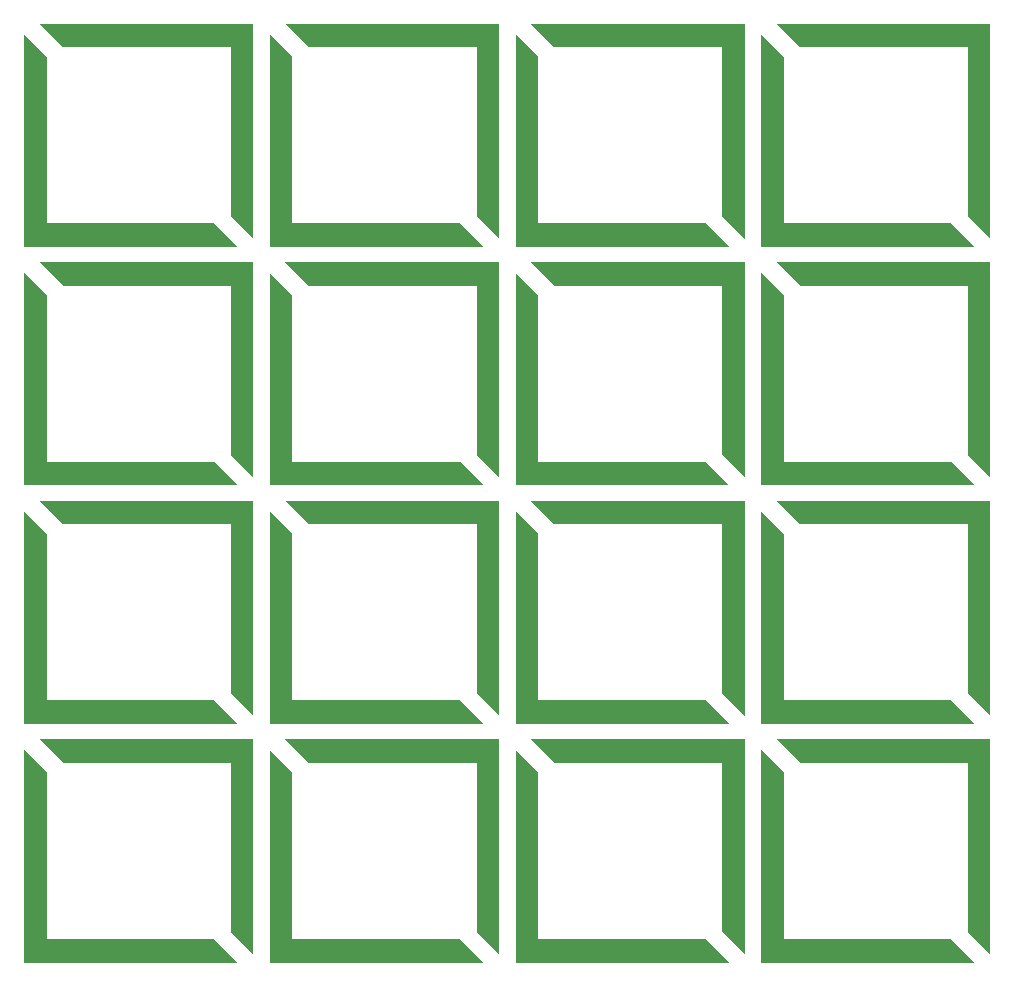
<source format=gbp>
G04*
G04 #@! TF.GenerationSoftware,Altium Limited,Altium Designer,19.1.8 (144)*
G04*
G04 Layer_Color=128*
%FSLAX25Y25*%
%MOIN*%
G70*
G01*
G75*
G36*
X141339Y203543D02*
Y148031D01*
X197244Y148031D01*
X205118Y140157D01*
X133858Y140157D01*
X133858Y148031D01*
X133858D01*
Y211024D01*
X141339Y203543D01*
D02*
G37*
G36*
X210236Y206693D02*
X210236D01*
Y142913D01*
X202756Y150394D01*
X202756Y206693D01*
X146850Y206693D01*
X138976Y214567D01*
X210236Y214567D01*
X210236Y206693D01*
D02*
G37*
G36*
X141339Y283071D02*
Y227559D01*
X197244Y227559D01*
X205118Y219685D01*
X133858Y219685D01*
X133858Y227559D01*
X133858D01*
Y290551D01*
X141339Y283071D01*
D02*
G37*
G36*
X210236Y286221D02*
X210236D01*
Y222441D01*
X202756Y229921D01*
X202756Y286221D01*
X146850Y286221D01*
X138976Y294094D01*
X210236Y294094D01*
X210236Y286221D01*
D02*
G37*
G36*
X223228Y203543D02*
Y148031D01*
X279134Y148031D01*
X287008Y140157D01*
X215748Y140157D01*
X215748Y148031D01*
X215748D01*
Y211024D01*
X223228Y203543D01*
D02*
G37*
G36*
X292126Y206693D02*
X292126D01*
Y142913D01*
X284646Y150394D01*
X284646Y206693D01*
X228740Y206693D01*
X220866Y214567D01*
X292126Y214567D01*
X292126Y206693D01*
D02*
G37*
G36*
X223228Y283071D02*
Y227559D01*
X279134Y227559D01*
X287008Y219685D01*
X215748Y219685D01*
X215748Y227559D01*
X215748D01*
Y290551D01*
X223228Y283071D01*
D02*
G37*
G36*
X292126Y286221D02*
X292126D01*
Y222441D01*
X284646Y229921D01*
X284646Y286221D01*
X228740Y286221D01*
X220866Y294094D01*
X292126Y294094D01*
X292126Y286221D01*
D02*
G37*
G36*
X141339Y362598D02*
Y307087D01*
X197244Y307087D01*
X205118Y299213D01*
X133858Y299213D01*
X133858Y307087D01*
X133858D01*
Y370079D01*
X141339Y362598D01*
D02*
G37*
G36*
X210236Y365748D02*
X210236D01*
Y301968D01*
X202756Y309449D01*
X202756Y365748D01*
X146850Y365748D01*
X138976Y373622D01*
X210236Y373622D01*
X210236Y365748D01*
D02*
G37*
G36*
X141339Y442126D02*
Y386614D01*
X197244Y386614D01*
X205118Y378740D01*
X133858Y378740D01*
X133858Y386614D01*
X133858D01*
Y449606D01*
X141339Y442126D01*
D02*
G37*
G36*
X210236Y445276D02*
X210236D01*
Y381496D01*
X202756Y388976D01*
X202756Y445276D01*
X146850Y445276D01*
X138976Y453150D01*
X210236Y453150D01*
X210236Y445276D01*
D02*
G37*
G36*
X223228Y362598D02*
Y307087D01*
X279134Y307087D01*
X287008Y299213D01*
X215748Y299213D01*
X215748Y307087D01*
X215748D01*
Y370079D01*
X223228Y362598D01*
D02*
G37*
G36*
X292126Y365748D02*
X292126D01*
Y301968D01*
X284646Y309449D01*
X284646Y365748D01*
X228740Y365748D01*
X220866Y373622D01*
X292126Y373622D01*
X292126Y365748D01*
D02*
G37*
G36*
X223228Y442126D02*
Y386614D01*
X279134Y386614D01*
X287008Y378740D01*
X215748Y378740D01*
X215748Y386614D01*
X215748D01*
Y449606D01*
X223228Y442126D01*
D02*
G37*
G36*
X292126Y445276D02*
X292126D01*
Y381496D01*
X284646Y388976D01*
X284646Y445276D01*
X228740Y445276D01*
X220866Y453150D01*
X292126Y453150D01*
X292126Y445276D01*
D02*
G37*
G36*
X305118Y203543D02*
Y148031D01*
X361024Y148031D01*
X368898Y140157D01*
X297638Y140157D01*
X297638Y148031D01*
X297638D01*
Y211024D01*
X305118Y203543D01*
D02*
G37*
G36*
X374016Y206693D02*
X374016D01*
Y142913D01*
X366535Y150394D01*
X366535Y206693D01*
X310630Y206693D01*
X302756Y214567D01*
X374016Y214567D01*
X374016Y206693D01*
D02*
G37*
G36*
X305118Y283071D02*
Y227559D01*
X361024Y227559D01*
X368898Y219685D01*
X297638Y219685D01*
X297638Y227559D01*
X297638D01*
Y290551D01*
X305118Y283071D01*
D02*
G37*
G36*
X374016Y286221D02*
X374016D01*
Y222441D01*
X366535Y229921D01*
X366535Y286221D01*
X310630Y286221D01*
X302756Y294094D01*
X374016Y294094D01*
X374016Y286221D01*
D02*
G37*
G36*
X387008Y203543D02*
Y148031D01*
X442913Y148031D01*
X450787Y140157D01*
X379528Y140157D01*
X379528Y148031D01*
X379528D01*
Y211024D01*
X387008Y203543D01*
D02*
G37*
G36*
X455905Y206693D02*
X455905D01*
Y142913D01*
X448425Y150394D01*
X448425Y206693D01*
X392520Y206693D01*
X384646Y214567D01*
X455905Y214567D01*
X455905Y206693D01*
D02*
G37*
G36*
X387008Y283071D02*
Y227559D01*
X442913Y227559D01*
X450787Y219685D01*
X379528Y219685D01*
X379528Y227559D01*
X379528D01*
Y290551D01*
X387008Y283071D01*
D02*
G37*
G36*
X455905Y286221D02*
X455905D01*
Y222441D01*
X448425Y229921D01*
X448425Y286221D01*
X392520Y286221D01*
X384646Y294094D01*
X455905Y294094D01*
X455905Y286221D01*
D02*
G37*
G36*
X305118Y362598D02*
Y307087D01*
X361024Y307087D01*
X368898Y299213D01*
X297638Y299213D01*
X297638Y307087D01*
X297638D01*
Y370079D01*
X305118Y362598D01*
D02*
G37*
G36*
X374016Y365748D02*
X374016D01*
Y301968D01*
X366535Y309449D01*
X366535Y365748D01*
X310630Y365748D01*
X302756Y373622D01*
X374016Y373622D01*
X374016Y365748D01*
D02*
G37*
G36*
X305118Y442126D02*
Y386614D01*
X361024Y386614D01*
X368898Y378740D01*
X297638Y378740D01*
X297638Y386614D01*
X297638D01*
Y449606D01*
X305118Y442126D01*
D02*
G37*
G36*
X374016Y445276D02*
X374016D01*
Y381496D01*
X366535Y388976D01*
X366535Y445276D01*
X310630Y445276D01*
X302756Y453150D01*
X374016Y453150D01*
X374016Y445276D01*
D02*
G37*
G36*
X387008Y362598D02*
Y307087D01*
X442913Y307087D01*
X450787Y299213D01*
X379528Y299213D01*
X379528Y307087D01*
X379528D01*
Y370079D01*
X387008Y362598D01*
D02*
G37*
G36*
X455905Y365748D02*
X455905D01*
Y301968D01*
X448425Y309449D01*
X448425Y365748D01*
X392520Y365748D01*
X384646Y373622D01*
X455905Y373622D01*
X455905Y365748D01*
D02*
G37*
G36*
X387008Y442126D02*
Y386614D01*
X442913Y386614D01*
X450787Y378740D01*
X379528Y378740D01*
X379528Y386614D01*
X379528D01*
Y449606D01*
X387008Y442126D01*
D02*
G37*
G36*
X455905Y445276D02*
X455905D01*
Y381496D01*
X448425Y388976D01*
X448425Y445276D01*
X392520Y445276D01*
X384646Y453150D01*
X455905Y453150D01*
X455905Y445276D01*
D02*
G37*
M02*

</source>
